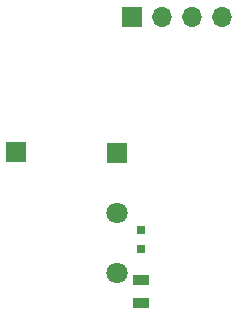
<source format=gbr>
%TF.GenerationSoftware,KiCad,Pcbnew,7.0.1*%
%TF.CreationDate,2024-02-21T00:56:44+02:00*%
%TF.ProjectId,PCBTRIGGERASSEMBLY,50434254-5249-4474-9745-52415353454d,rev?*%
%TF.SameCoordinates,Original*%
%TF.FileFunction,Soldermask,Bot*%
%TF.FilePolarity,Negative*%
%FSLAX46Y46*%
G04 Gerber Fmt 4.6, Leading zero omitted, Abs format (unit mm)*
G04 Created by KiCad (PCBNEW 7.0.1) date 2024-02-21 00:56:44*
%MOMM*%
%LPD*%
G01*
G04 APERTURE LIST*
%ADD10R,1.700000X1.700000*%
%ADD11O,1.700000X1.700000*%
%ADD12R,1.800000X1.800000*%
%ADD13C,1.800000*%
%ADD14R,0.800000X0.800000*%
%ADD15R,1.400000X0.900000*%
G04 APERTURE END LIST*
D10*
%TO.C,J1*%
X117250000Y-99000000D03*
%TD*%
%TO.C,J4*%
X127100000Y-87600000D03*
D11*
X129640000Y-87600000D03*
X132180000Y-87600000D03*
X134720000Y-87600000D03*
%TD*%
D12*
%TO.C,S1*%
X125800000Y-99120000D03*
D13*
X125800000Y-104200000D03*
X125800000Y-109280000D03*
%TD*%
D14*
%TO.C,Q1*%
X127850000Y-105575000D03*
X127850000Y-107225000D03*
%TD*%
D15*
%TO.C,LED1*%
X127850000Y-109800000D03*
X127850000Y-111800000D03*
%TD*%
M02*

</source>
